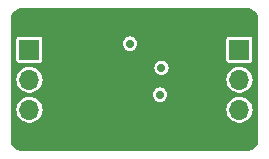
<source format=gbr>
%TF.GenerationSoftware,KiCad,Pcbnew,7.0.9*%
%TF.CreationDate,2024-01-09T19:27:13+00:00*%
%TF.ProjectId,OPA990 Breakout,4f504139-3930-4204-9272-65616b6f7574,V24.01.0.1*%
%TF.SameCoordinates,PX8c7ecc0PY5c0c740*%
%TF.FileFunction,Copper,L2,Inr*%
%TF.FilePolarity,Positive*%
%FSLAX46Y46*%
G04 Gerber Fmt 4.6, Leading zero omitted, Abs format (unit mm)*
G04 Created by KiCad (PCBNEW 7.0.9) date 2024-01-09 19:27:13*
%MOMM*%
%LPD*%
G01*
G04 APERTURE LIST*
%TA.AperFunction,ComponentPad*%
%ADD10O,1.700000X1.700000*%
%TD*%
%TA.AperFunction,ComponentPad*%
%ADD11R,1.700000X1.700000*%
%TD*%
%TA.AperFunction,ViaPad*%
%ADD12C,0.700000*%
%TD*%
G04 APERTURE END LIST*
D10*
%TO.N,Net-(J1-Pin_3)*%
%TO.C,J1*%
X-7620000Y-2540000D03*
%TO.N,VIO*%
X-7620000Y0D03*
D11*
%TO.N,Net-(J1-Pin_1)*%
X-7620000Y2540000D03*
%TD*%
D10*
%TO.N,VSS*%
%TO.C,J2*%
X10160000Y-2540000D03*
%TO.N,Net-(D1A-COM)*%
X10160000Y0D03*
D11*
%TO.N,VDD*%
X10160000Y2540000D03*
%TD*%
D12*
%TO.N,GND*%
X8255000Y1270000D03*
X7620000Y-5080000D03*
X-5080000Y-3810000D03*
X1397000Y-5334000D03*
X-5207000Y3302000D03*
X-3810000Y-254000D03*
%TO.N,VSS*%
X889000Y3048000D03*
%TO.N,VDD*%
X3429000Y-1270000D03*
%TO.N,GND*%
X0Y5461000D03*
X5461000Y-889000D03*
X3429000Y-2794000D03*
X-1905000Y5461000D03*
X4699000Y-2540000D03*
X4572000Y4572000D03*
%TO.N,VIO*%
X3556000Y1016000D03*
%TD*%
%TA.AperFunction,Conductor*%
%TO.N,GND*%
G36*
X10797694Y6049265D02*
G01*
X10952546Y6035717D01*
X10973823Y6031966D01*
X11116111Y5993840D01*
X11136420Y5986447D01*
X11269914Y5924198D01*
X11288633Y5913391D01*
X11409299Y5828900D01*
X11425857Y5815006D01*
X11530005Y5710858D01*
X11543899Y5694300D01*
X11628390Y5573634D01*
X11639197Y5554915D01*
X11701446Y5421421D01*
X11708839Y5401111D01*
X11746963Y5258831D01*
X11750716Y5237545D01*
X11764264Y5082700D01*
X11764500Y5077294D01*
X11764500Y-5077293D01*
X11764264Y-5082699D01*
X11750716Y-5237544D01*
X11746963Y-5258830D01*
X11708839Y-5401110D01*
X11701446Y-5421420D01*
X11639197Y-5554914D01*
X11628390Y-5573633D01*
X11543899Y-5694299D01*
X11530005Y-5710857D01*
X11425857Y-5815005D01*
X11409299Y-5828899D01*
X11288633Y-5913390D01*
X11269914Y-5924197D01*
X11136420Y-5986446D01*
X11116110Y-5993839D01*
X10973830Y-6031963D01*
X10952544Y-6035716D01*
X10840205Y-6045545D01*
X10797694Y-6049264D01*
X10792294Y-6049500D01*
X-8252294Y-6049500D01*
X-8257695Y-6049264D01*
X-8305385Y-6045091D01*
X-8412545Y-6035716D01*
X-8433831Y-6031963D01*
X-8576111Y-5993839D01*
X-8596421Y-5986446D01*
X-8729915Y-5924197D01*
X-8748634Y-5913390D01*
X-8869300Y-5828899D01*
X-8885858Y-5815005D01*
X-8990006Y-5710857D01*
X-9003900Y-5694299D01*
X-9088391Y-5573633D01*
X-9099198Y-5554914D01*
X-9161447Y-5421420D01*
X-9168840Y-5401110D01*
X-9206966Y-5258823D01*
X-9210717Y-5237543D01*
X-9224264Y-5082699D01*
X-9224500Y-5077293D01*
X-9224500Y-2540000D01*
X-8725215Y-2540000D01*
X-8706398Y-2743082D01*
X-8650583Y-2939247D01*
X-8650578Y-2939260D01*
X-8559673Y-3121821D01*
X-8436763Y-3284581D01*
X-8286042Y-3421980D01*
X-8286040Y-3421982D01*
X-8186859Y-3483392D01*
X-8112637Y-3529348D01*
X-7922456Y-3603024D01*
X-7721976Y-3640500D01*
X-7721974Y-3640500D01*
X-7518026Y-3640500D01*
X-7518024Y-3640500D01*
X-7317544Y-3603024D01*
X-7127363Y-3529348D01*
X-6953959Y-3421981D01*
X-6803236Y-3284579D01*
X-6680327Y-3121821D01*
X-6589418Y-2939250D01*
X-6533603Y-2743083D01*
X-6514785Y-2540000D01*
X9054785Y-2540000D01*
X9073602Y-2743082D01*
X9129417Y-2939247D01*
X9129422Y-2939260D01*
X9220327Y-3121821D01*
X9343237Y-3284581D01*
X9493958Y-3421980D01*
X9493960Y-3421982D01*
X9593141Y-3483392D01*
X9667363Y-3529348D01*
X9857544Y-3603024D01*
X10058024Y-3640500D01*
X10058026Y-3640500D01*
X10261974Y-3640500D01*
X10261976Y-3640500D01*
X10462456Y-3603024D01*
X10652637Y-3529348D01*
X10826041Y-3421981D01*
X10976764Y-3284579D01*
X11099673Y-3121821D01*
X11190582Y-2939250D01*
X11246397Y-2743083D01*
X11265215Y-2540000D01*
X11246397Y-2336917D01*
X11190582Y-2140750D01*
X11099673Y-1958179D01*
X10976764Y-1795421D01*
X10976762Y-1795418D01*
X10826041Y-1658019D01*
X10826039Y-1658017D01*
X10652642Y-1550655D01*
X10652635Y-1550651D01*
X10557546Y-1513814D01*
X10462456Y-1476976D01*
X10261976Y-1439500D01*
X10058024Y-1439500D01*
X9857544Y-1476976D01*
X9857541Y-1476976D01*
X9857541Y-1476977D01*
X9667364Y-1550651D01*
X9667357Y-1550655D01*
X9493960Y-1658017D01*
X9493958Y-1658019D01*
X9343237Y-1795418D01*
X9220327Y-1958178D01*
X9129422Y-2140739D01*
X9129417Y-2140752D01*
X9073602Y-2336917D01*
X9054785Y-2539999D01*
X9054785Y-2540000D01*
X-6514785Y-2540000D01*
X-6533603Y-2336917D01*
X-6589418Y-2140750D01*
X-6680327Y-1958179D01*
X-6803236Y-1795421D01*
X-6803238Y-1795418D01*
X-6953959Y-1658019D01*
X-6953961Y-1658017D01*
X-7127358Y-1550655D01*
X-7127365Y-1550651D01*
X-7222454Y-1513814D01*
X-7317544Y-1476976D01*
X-7518024Y-1439500D01*
X-7721976Y-1439500D01*
X-7922456Y-1476976D01*
X-7922459Y-1476976D01*
X-7922459Y-1476977D01*
X-8112636Y-1550651D01*
X-8112643Y-1550655D01*
X-8286040Y-1658017D01*
X-8286042Y-1658019D01*
X-8436763Y-1795418D01*
X-8559673Y-1958178D01*
X-8650578Y-2140739D01*
X-8650583Y-2140752D01*
X-8706398Y-2336917D01*
X-8725215Y-2539999D01*
X-8725215Y-2540000D01*
X-9224500Y-2540000D01*
X-9224500Y-1270001D01*
X2823318Y-1270001D01*
X2843955Y-1426760D01*
X2843956Y-1426762D01*
X2895272Y-1550651D01*
X2904464Y-1572841D01*
X3000718Y-1698282D01*
X3126159Y-1794536D01*
X3272238Y-1855044D01*
X3350619Y-1865363D01*
X3428999Y-1875682D01*
X3429000Y-1875682D01*
X3429001Y-1875682D01*
X3481254Y-1868802D01*
X3585762Y-1855044D01*
X3731841Y-1794536D01*
X3857282Y-1698282D01*
X3953536Y-1572841D01*
X4014044Y-1426762D01*
X4034682Y-1270000D01*
X4014044Y-1113238D01*
X3953536Y-967159D01*
X3857282Y-841718D01*
X3731841Y-745464D01*
X3729709Y-744581D01*
X3585762Y-684956D01*
X3585760Y-684955D01*
X3429001Y-664318D01*
X3428999Y-664318D01*
X3272239Y-684955D01*
X3272237Y-684956D01*
X3126160Y-745463D01*
X3000718Y-841718D01*
X2904463Y-967160D01*
X2843956Y-1113237D01*
X2843955Y-1113239D01*
X2823318Y-1269998D01*
X2823318Y-1270001D01*
X-9224500Y-1270001D01*
X-9224500Y0D01*
X-8725215Y0D01*
X-8706398Y-203082D01*
X-8650583Y-399247D01*
X-8650578Y-399260D01*
X-8559673Y-581821D01*
X-8436763Y-744581D01*
X-8286042Y-881980D01*
X-8286040Y-881982D01*
X-8186859Y-943392D01*
X-8112637Y-989348D01*
X-7922456Y-1063024D01*
X-7721976Y-1100500D01*
X-7721974Y-1100500D01*
X-7518026Y-1100500D01*
X-7518024Y-1100500D01*
X-7317544Y-1063024D01*
X-7127363Y-989348D01*
X-6953959Y-881981D01*
X-6803236Y-744579D01*
X-6680327Y-581821D01*
X-6589418Y-399250D01*
X-6533603Y-203083D01*
X-6514785Y0D01*
X9054785Y0D01*
X9073602Y-203082D01*
X9129417Y-399247D01*
X9129422Y-399260D01*
X9220327Y-581821D01*
X9343237Y-744581D01*
X9493958Y-881980D01*
X9493960Y-881982D01*
X9593141Y-943392D01*
X9667363Y-989348D01*
X9857544Y-1063024D01*
X10058024Y-1100500D01*
X10058026Y-1100500D01*
X10261974Y-1100500D01*
X10261976Y-1100500D01*
X10462456Y-1063024D01*
X10652637Y-989348D01*
X10826041Y-881981D01*
X10976764Y-744579D01*
X11099673Y-581821D01*
X11190582Y-399250D01*
X11246397Y-203083D01*
X11265215Y0D01*
X11246397Y203083D01*
X11190582Y399250D01*
X11174794Y430956D01*
X11144665Y491464D01*
X11099673Y581821D01*
X10976764Y744579D01*
X10976762Y744582D01*
X10826041Y881981D01*
X10826039Y881983D01*
X10652642Y989345D01*
X10652635Y989349D01*
X10557546Y1026186D01*
X10462456Y1063024D01*
X10261976Y1100500D01*
X10058024Y1100500D01*
X9857544Y1063024D01*
X9857541Y1063024D01*
X9857541Y1063023D01*
X9667364Y989349D01*
X9667357Y989345D01*
X9493960Y881983D01*
X9493958Y881981D01*
X9343237Y744582D01*
X9220327Y581822D01*
X9129422Y399261D01*
X9129417Y399248D01*
X9073602Y203083D01*
X9054785Y1D01*
X9054785Y0D01*
X-6514785Y0D01*
X-6533603Y203083D01*
X-6589418Y399250D01*
X-6605206Y430956D01*
X-6635335Y491464D01*
X-6680327Y581821D01*
X-6803236Y744579D01*
X-6803238Y744582D01*
X-6953959Y881981D01*
X-6953961Y881983D01*
X-7127358Y989345D01*
X-7127365Y989349D01*
X-7196158Y1015999D01*
X2950318Y1015999D01*
X2970955Y859240D01*
X2970956Y859238D01*
X3031464Y713159D01*
X3127718Y587718D01*
X3253159Y491464D01*
X3399238Y430956D01*
X3477619Y420637D01*
X3555999Y410318D01*
X3556000Y410318D01*
X3556001Y410318D01*
X3608254Y417198D01*
X3712762Y430956D01*
X3858841Y491464D01*
X3984282Y587718D01*
X4080536Y713159D01*
X4141044Y859238D01*
X4161682Y1016000D01*
X4141044Y1172762D01*
X4080536Y1318841D01*
X3984282Y1444282D01*
X3858841Y1540536D01*
X3712762Y1601044D01*
X3712760Y1601045D01*
X3556001Y1621682D01*
X3555999Y1621682D01*
X3399239Y1601045D01*
X3399237Y1601044D01*
X3253160Y1540537D01*
X3127718Y1444282D01*
X3031463Y1318840D01*
X2970956Y1172763D01*
X2970955Y1172761D01*
X2950318Y1016002D01*
X2950318Y1015999D01*
X-7196158Y1015999D01*
X-7222454Y1026186D01*
X-7317544Y1063024D01*
X-7518024Y1100500D01*
X-7721976Y1100500D01*
X-7922456Y1063024D01*
X-7922459Y1063024D01*
X-7922459Y1063023D01*
X-8112636Y989349D01*
X-8112643Y989345D01*
X-8286040Y881983D01*
X-8286042Y881981D01*
X-8436763Y744582D01*
X-8559673Y581822D01*
X-8650578Y399261D01*
X-8650583Y399248D01*
X-8706398Y203083D01*
X-8725215Y1D01*
X-8725215Y0D01*
X-9224500Y0D01*
X-9224500Y1665322D01*
X-8720500Y1665322D01*
X-8705968Y1592265D01*
X-8705967Y1592261D01*
X-8705966Y1592260D01*
X-8650601Y1509399D01*
X-8567740Y1454034D01*
X-8567736Y1454033D01*
X-8494679Y1439501D01*
X-8494676Y1439500D01*
X-8494674Y1439500D01*
X-6745324Y1439500D01*
X-6745323Y1439501D01*
X-6672260Y1454034D01*
X-6589399Y1509399D01*
X-6534034Y1592260D01*
X-6519501Y1665322D01*
X9059500Y1665322D01*
X9074032Y1592265D01*
X9074033Y1592261D01*
X9074034Y1592260D01*
X9129399Y1509399D01*
X9212260Y1454034D01*
X9212264Y1454033D01*
X9285321Y1439501D01*
X9285324Y1439500D01*
X9285326Y1439500D01*
X11034676Y1439500D01*
X11034677Y1439501D01*
X11107740Y1454034D01*
X11190601Y1509399D01*
X11245966Y1592260D01*
X11260500Y1665326D01*
X11260500Y3414674D01*
X11260500Y3414677D01*
X11260499Y3414679D01*
X11245967Y3487736D01*
X11245966Y3487740D01*
X11190601Y3570601D01*
X11107740Y3625966D01*
X11107739Y3625967D01*
X11107735Y3625968D01*
X11034677Y3640500D01*
X11034674Y3640500D01*
X9285326Y3640500D01*
X9285323Y3640500D01*
X9212264Y3625968D01*
X9212260Y3625967D01*
X9129399Y3570601D01*
X9074033Y3487740D01*
X9074032Y3487736D01*
X9059500Y3414679D01*
X9059500Y1665322D01*
X-6519501Y1665322D01*
X-6519500Y1665326D01*
X-6519500Y3047999D01*
X283318Y3047999D01*
X303955Y2891240D01*
X303956Y2891238D01*
X364464Y2745159D01*
X460718Y2619718D01*
X586159Y2523464D01*
X732238Y2462956D01*
X810619Y2452637D01*
X888999Y2442318D01*
X889000Y2442318D01*
X889001Y2442318D01*
X941254Y2449198D01*
X1045762Y2462956D01*
X1191841Y2523464D01*
X1317282Y2619718D01*
X1413536Y2745159D01*
X1474044Y2891238D01*
X1494682Y3048000D01*
X1474044Y3204762D01*
X1413536Y3350841D01*
X1317282Y3476282D01*
X1191841Y3572536D01*
X1045762Y3633044D01*
X1045760Y3633045D01*
X889001Y3653682D01*
X888999Y3653682D01*
X732239Y3633045D01*
X732237Y3633044D01*
X586160Y3572537D01*
X460718Y3476282D01*
X364463Y3350840D01*
X303956Y3204763D01*
X303955Y3204761D01*
X283318Y3048002D01*
X283318Y3047999D01*
X-6519500Y3047999D01*
X-6519500Y3414674D01*
X-6519500Y3414677D01*
X-6519501Y3414679D01*
X-6534033Y3487736D01*
X-6534034Y3487740D01*
X-6589399Y3570601D01*
X-6672260Y3625966D01*
X-6672261Y3625967D01*
X-6672265Y3625968D01*
X-6745323Y3640500D01*
X-6745326Y3640500D01*
X-8494674Y3640500D01*
X-8494677Y3640500D01*
X-8567736Y3625968D01*
X-8567740Y3625967D01*
X-8650601Y3570601D01*
X-8705967Y3487740D01*
X-8705968Y3487736D01*
X-8720500Y3414679D01*
X-8720500Y1665322D01*
X-9224500Y1665322D01*
X-9224500Y5077294D01*
X-9224264Y5082700D01*
X-9222064Y5107844D01*
X-9210717Y5237549D01*
X-9206966Y5258822D01*
X-9168839Y5401116D01*
X-9161447Y5421421D01*
X-9099198Y5554915D01*
X-9088391Y5573634D01*
X-9003900Y5694300D01*
X-8990012Y5710852D01*
X-8885852Y5815012D01*
X-8869300Y5828900D01*
X-8748634Y5913391D01*
X-8729915Y5924198D01*
X-8596421Y5986447D01*
X-8576116Y5993839D01*
X-8433822Y6031966D01*
X-8412549Y6035717D01*
X-8257695Y6049265D01*
X-8252294Y6049500D01*
X-8207405Y6049500D01*
X10747405Y6049500D01*
X10792294Y6049500D01*
X10797694Y6049265D01*
G37*
%TD.AperFunction*%
%TD*%
M02*

</source>
